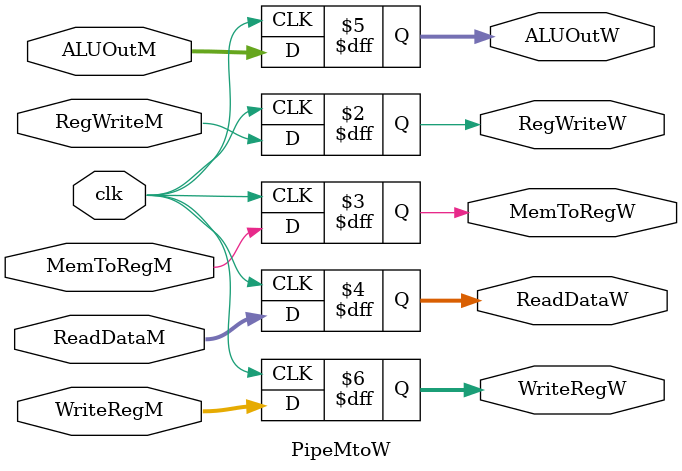
<source format=sv>
`timescale 1ns / 1ps


module PipeMtoW(
    input logic clk,
    // Control signals
    input logic RegWriteM, MemToRegM,
    // Data signals
    input logic [31:0] ReadDataM, ALUOutM,
    input logic [4:0] WriteRegM,
    // Outputs
    output logic RegWriteW, MemToRegW,
    output logic [31:0] ReadDataW, ALUOutW,
    output logic [4:0] WriteRegW
);
    always_ff @(posedge clk) begin
        // Control signals
        RegWriteW <= RegWriteM;
        MemToRegW <= MemToRegM;
        // Data signals
        ReadDataW <= ReadDataM;
        ALUOutW <= ALUOutM;
        WriteRegW <= WriteRegM;
    end
endmodule

</source>
